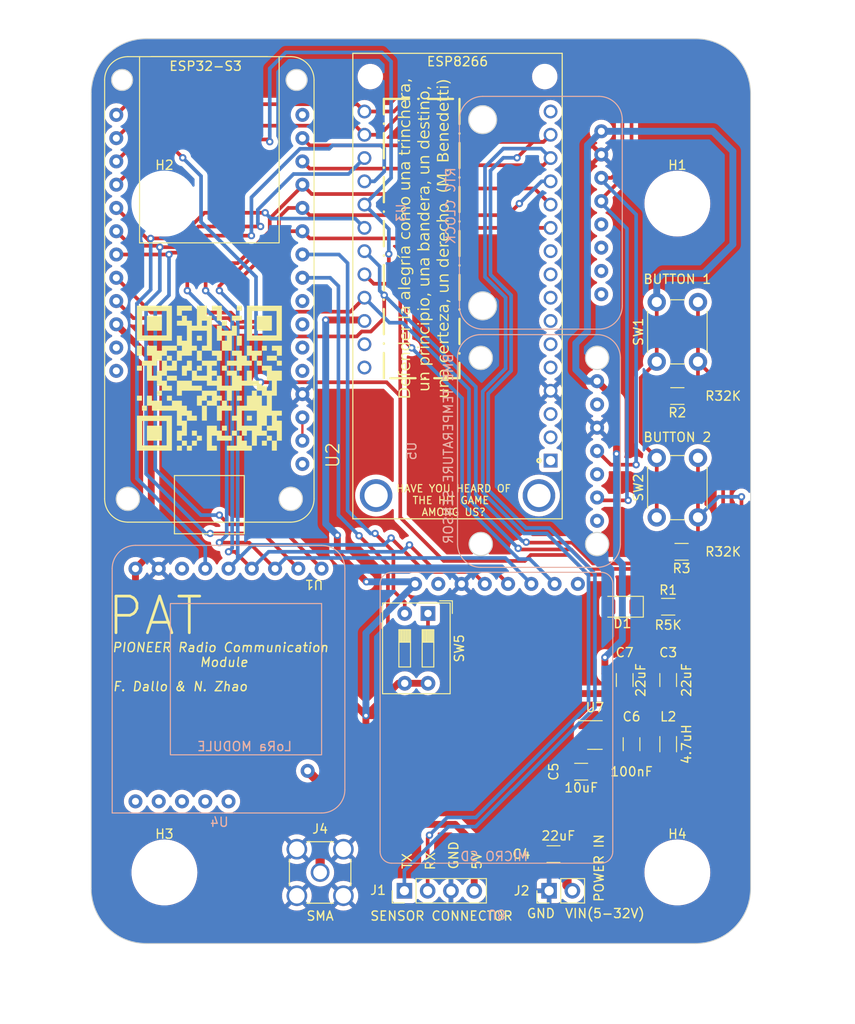
<source format=kicad_pcb>
(kicad_pcb (version 20221018) (generator pcbnew)
  (layers (0 "F.Cu" signal) (31 "B.Cu" signal) (34 "B.Paste" user) (35 "F.Paste" user) (36 "B.SilkS" user "B.Silkscreen") (37 "F.SilkS" user "F.Silkscreen") (38 "B.Mask" user) (39 "F.Mask" user) (44 "Edge.Cuts" user))
  (net 0 "")
  (net 1 "+5V")
  (net 2 "GND")
  (net 3 "unconnected-(U1-Pad3V)")
  (net 4 "VIN")
  (net 5 "Net-(U7-SW)")
  (net 6 "Net-(U7-BST)")
  (net 7 "Net-(D1-K)")
  (net 8 "/LED1")
  (net 9 "/TX")
  (net 10 "/RX")
  (net 11 "/SMA")
  (net 12 "/SW5")
  (net 13 "/SW6")
  (net 19 "/G0")
  (net 20 "/RST")
  (net 23 "/MISO")
  (net 24 "/MOSI")
  (net 26 "/SCK")
  (net 27 "/SCL")
  (net 28 "/SDA")
  (net 47 "/SW2")
  (net 48 "/SW1")
  (net 49 "/CS1")
  (net 50 "/CS0")
  (footprint "Button_Switch_THT:SW_PUSH_6mm" (layer "F.Cu") (at 90.75 74.25 90)
    (fp_text reference "SW2")
    (fp_text value "SW_Push")
  )
  (footprint "Adafruit ESPs:ESP32-S3" (layer "F.Cu") (at 53.335 74.765 180)
    (fp_text reference "U1")
    (fp_text value "ESP32-S3")
    (fp_circle (center 1.905 48.26) (end 3.048 48.26) (stroke (width 0.12)) (fill none) (layer "Edge.Cuts"))
    (fp_circle (center 2.54 2.54) (end 3.81 2.54) (stroke (width 0.12)) (fill none) (layer "Edge.Cuts"))
    (fp_circle (center 20.32 2.54) (end 20.32 1.27) (stroke (width 0.12)) (fill none) (layer "Edge.Cuts"))
    (fp_circle (center 20.955 48.26) (end 22.098 48.26) (stroke (width 0.12)) (fill none) (layer "Edge.Cuts"))
  )
  (footprint "Capacitor_SMD:C_1206_3216Metric" (layer "F.Cu") (at 87.25 92 90)
    (fp_text reference "C7")
    (fp_text value "22uF")
  )
  (footprint "Resistor_SMD:R_1206_3216Metric" (layer "F.Cu") (at 93 61 180)
    (fp_text reference "R2")
    (fp_text value "R32k")
  )
  (footprint "MountingHole:MountingHole_3.2mm_M3" (layer "F.Cu") (at 37 40)
    (fp_text reference "H2")
    (fp_text value "MountingHole_3.2mm_M3")
  )
  (footprint "Button_Switch_THT:SW_PUSH_6mm" (layer "F.Cu") (at 90.75 57.25 90)
    (fp_text reference "SW1")
    (fp_text value "SW_Push")
  )
  (footprint "Adafruit Feather ESP8266:XCVR_Adafruit Feather ESP8266" (layer "F.Cu") (at 69 49 90)
    (fp_text reference "U2")
    (fp_text value "2821")
  )
  (footprint "Button_Switch_THT:SW_DIP_SPSTx02_Slide_9.78x7.26mm_W7.62mm_P2.54mm" (layer "F.Cu") (at 65.775 84.7325 -90)
    (fp_text reference "SW5")
    (fp_text value "SW_DIP_x02")
  )
  (footprint "Capacitor_SMD:C_1206_3216Metric" (layer "F.Cu") (at 82.5 102)
    (fp_text reference "C5")
    (fp_text value "10uF")
  )
  (footprint "Connector_Coaxial:SMA_Amphenol_132134-11_Vertical" (layer "F.Cu") (at 54 113)
    (fp_text reference "J4")
    (fp_text value "Conn_Coaxial")
  )
  (footprint "LOGO" (layer "F.Cu") (at 41.91 59.055)
    (fp_text reference "G***" hide)
    (fp_text value "LOGO" hide)
  )
  (footprint "Package_TO_SOT_SMD:TSOT-23-6" (layer "F.Cu") (at 84 98)
    (fp_text reference "U7")
    (fp_text value "AP63205WU")
  )
  (footprint "Capacitor_SMD:C_1206_3216Metric" (layer "F.Cu") (at 88 99 90)
    (fp_text reference "C6")
    (fp_text value "100nF")
  )
  (footprint "Capacitor_SMD:C_1206_3216Metric" (layer "F.Cu") (at 92 92 90)
    (fp_text reference "C3")
    (fp_text value "22uF")
  )
  (footprint "Connector_PinHeader_2.54mm:PinHeader_1x04_P2.54mm_Vertical" (layer "F.Cu") (at 63.2 115 90)
    (fp_text reference "J1")
    (fp_text value "Sensor Connector")
  )
  (footprint "Connector_PinHeader_2.54mm:PinHeader_1x02_P2.54mm_Vertical" (layer "F.Cu") (at 79 115 90)
    (fp_text reference "J2")
    (fp_text value "Power (IN)")
  )
  (footprint "Resistor_SMD:R_1206_3216Metric" (layer "F.Cu") (at 93.4625 78 180)
    (fp_text reference "R3")
    (fp_text value "R32k")
  )
  (footprint "Capacitor_SMD:C_1206_3216Metric" (layer "F.Cu") (at 79.475 111 180)
    (fp_text reference "C4")
    (fp_text value "22uF")
  )
  (footprint "Resistor_SMD:R_1206_3216Metric" (layer "F.Cu") (at 92 84)
    (fp_text reference "R1")
    (fp_text value "R5k")
  )
  (footprint "MountingHole:MountingHole_3.2mm_M3" (layer "F.Cu") (at 93 113)
    (fp_text reference "H4")
    (fp_text value "MountingHole_3.2mm_M3")
  )
  (footprint "MountingHole:MountingHole_3.2mm_M3" (layer "F.Cu") (at 93 40)
    (fp_text reference "H1")
    (fp_text value "MountingHole_3.2mm_M3")
  )
  (footprint "MountingHole:MountingHole_3.2mm_M3" (layer "F.Cu") (at 37 113)
    (fp_text reference "H3")
    (fp_text value "MountingHole_3.2mm_M3")
  )
  (footprint "Inductor_SMD:L_1206_3216Metric" (layer "F.Cu") (at 92 99 90)
    (fp_text reference "L2")
    (fp_text value "INDUCTOR 4.7uH")
  )
  (footprint "LED_SMD:LED_1206_3216Metric" (layer "F.Cu") (at 87 84 180)
    (fp_text reference "D1")
    (fp_text value "LED")
  )
  (footprint "Adafruit_Sensors:BME280 I2C Temperature Sensor" (layer "B.Cu") (at 69 67 -90)
    (fp_text reference "U5")
    (fp_text value "BME280_Temperature_Sensor")
    (fp_circle (center -10.16 -15.24) (end -10.16 -13.97) (stroke (width 0.12)) (fill none) (layer "Edge.Cuts"))
    (fp_circle (center -10.16 -2.54) (end -8.89 -2.54) (stroke (width 0.12)) (fill none) (layer "Edge.Cuts"))
    (fp_circle (center 10.16 -15.24) (end 10.16 -13.97) (stroke (width 0.12)) (fill none) (layer "Edge.Cuts"))
    (fp_circle (center 10.16 -2.54) (end 11.43 -2.54) (stroke (width 0.12)) (fill none) (layer "Edge.Cuts"))
  )
  (footprint "Adafruit_Sensors:MicroSD_Breakout" (layer "B.Cu") (at 73.25 117.07)
    (fp_text reference "U8")
    (fp_text value "MicroSD_Breakout")
  )
  (footprint "Adafruit_Sensors:FM95W LoRa Radio Transceiver" (layer "B.Cu") (at 44 106.51)
    (fp_text reference "U4")
    (fp_text value "RFM95W_LoRa_Radio_Transceiver")
  )
  (footprint "Adafruit_Sensors:DS3231 Precision RTC" (layer "B.Cu") (at 69.205 41 -90)
    (fp_text reference "U3")
    (fp_text value "DS3231_Precision_RTC")
    (fp_circle (center -10.16 -2.54) (end -8.636 -2.54) (stroke (width 0.12)) (fill none) (layer "Edge.Cuts"))
    (fp_circle (center 10.16 -2.54) (end 11.684 -2.54) (stroke (width 0.12)) (fill none) (layer "Edge.Cuts"))
  )
  (gr_rect (start 60.96 28.575) (end 69.215 59.055) (stroke (width 0.25) (type dash_dot)) (fill none) (layer "F.SilkS"))
  (gr_arc (start 95 22) (mid 99.242641 23.757359) (end 101 28) (stroke (width 0.1)) (layer "Edge.Cuts"))
  (gr_line (start 35 120.757359) (end 95 120.757359) (stroke (width 0.1)) (layer "Edge.Cuts"))
  (gr_line (start 101 114.757359) (end 101 28) (stroke (width 0.1)) (layer "Edge.Cuts"))
  (gr_arc (start 101 114.757359) (mid 99.242641 119) (end 95 120.757359) (stroke (width 0.1)) (layer "Edge.Cuts"))
  (gr_line (start 35 22) (end 95 22) (stroke (width 0.1)) (layer "Edge.Cuts"))
  (gr_arc (start 29 28) (mid 30.757359 23.757359) (end 35 22) (stroke (width 0.1)) (layer "Edge.Cuts"))
  (gr_line (start 29 28) (end 29 114.757359) (stroke (width 0.1)) (layer "Edge.Cuts"))
  (gr_arc (start 35 120.757359) (mid 30.757359 119) (end 29 114.757359) (stroke (width 0.1)) (layer "Edge.Cuts"))
  (gr_text "LoRa MODULE" (at 45.75 99.25) (layer "B.SilkS") (effects (font (size 1 1)) (justify mirror)))
  (gr_text "BME TEMPERATURE SENSOR" (at 68 66.75 90) (layer "B.SilkS") (effects (font (size 1 1)) (justify mirror)))
  (gr_text "RTC CLOCK" (at 68.25 40.25 90) (layer "B.SilkS") (effects (font (size 1 1)) (justify mirror)))
  (gr_text "MICRO SD" (at 73 111.25) (layer "B.SilkS") (effects (font (size 1 1)) (justify mirror)))
  (gr_text "POWER IN" (at 84.45 112.51 90) (layer "F.SilkS") (effects (font (size 1 1))))
  (gr_text "SENSOR CONNECTOR" (at 67.25 117.75) (layer "F.SilkS") (effects (font (size 1 1))))
  (gr_text "ESP32-S3" (at 41.5 25) (layer "F.SilkS") (effects (font (size 1 1))))
  (gr_text "PAT" (at 36 85) (layer "F.SilkS") (effects (font (size 4 4) (thickness 0.3))))
  (gr_text "5V" (at 71.12 111.76 90) (layer "F.SilkS") (effects (font (size 1 1))))
  (gr_text "BUTTON 2" (at 93 65.5) (layer "F.SilkS") (effects (font (size 1 1))))
  (gr_text "10uF" (at 82.5 103.75) (layer "F.SilkS") (effects (font (size 1 1))))
  (gr_text "GND" (at 78.105 117.475) (layer "F.SilkS") (effects (font (size 1 1))))
  (gr_text "22uF" (at 80 109) (layer "F.SilkS") (effects (font (size 1 1))))
  (gr_text "BUTTON 1" (at 93 48.25) (layer "F.SilkS") (effects (font (size 1 1))))
  (gr_text "SMA" (at 54 117.75) (layer "F.SilkS") (effects (font (size 1 1))))
  (gr_text "ESP8266" (at 69 24.5) (layer "F.SilkS") (effects (font (size 1 1))))
  (gr_text "22uF" (at 89 92 90) (layer "F.SilkS") (effects (font (size 1 1))))
  (gr_text "F. Dallo & N. Zhao" (at 38.735 92.71) (layer "F.SilkS") (effects (font (size 1 1) (thickness 0.15) italic)))
  (gr_text "22uF" (at 94 92 90) (layer "F.SilkS") (effects (font (size 1 1))))
  (gr_text "GND" (at 68.58 111.125 90) (layer "F.SilkS") (effects (font (size 1 1))))
  (gr_text "4.7uH\n" (at 94 99 90) (layer "F.SilkS") (effects (font (size 1 1))))
  (gr_text "HAVE YOU HEARD OF\nTHE HIT GAME \nAMONG US?" (at 68.58 72.39) (layer "F.SilkS") (effects (font (size 0.8 0.8) (thickness 0.125))))
  (gr_text "PIONEER Radio Communication \nModule" (at 43.5 89.25) (layer "F.SilkS") (effects (font (size 1 1) (thickness 0.15) italic)))
  (gr_text "TX" (at 63.5 111.76 90) (layer "F.SilkS") (effects (font (size 1 1))))
  (gr_text "100nF" (at 88 102) (layer "F.SilkS") (effects (font (size 1 1))))
  (gr_text "R5K\n" (at 92 86) (layer "F.SilkS") (effects (font (size 1 1))))
  (gr_text "Defender la alegría como una trinchera,\nun principio, una bandera, un destino,\nuna certeza, un derecho. (M. Benedetti)" (at 65.405 43.815 90) (layer "F.SilkS") (effects (font (size 1.25 1.25) (thickness 0.2))))
  (gr_text "R32K\n" (at 98 78) (layer "F.SilkS") (effects (font (size 1 1))))
  (gr_text "VIN(5-32V)" (at 85.09 117.475) (layer "F.SilkS") (effects (font (size 1 1))))
  (gr_text "RX" (at 66.04 111.76 90) (layer "F.SilkS") (effects (font (size 1 1))))
  (gr_text "R32K\n" (at 98 61) (layer "F.SilkS") (effects (font (size 1 1))))
  (segment (start 63.235 92.3525) (end 65.775 92.3525) (width 0.75) (layer "F.Cu") (net 1))
  (segment (start 90.75 57.25) (end 89 59) (width 0.4) (layer "F.Cu") (net 1))
  (segment (start 85.09 91.315) (end 87.25 93.475) (width 0.75) (layer "F.Cu") (net 1))
  (segment (start 59 103.75) (end 63 107.75) (width 0.75) (layer "F.Cu") (net 1))
  (segment (start 77.975 93.475) (end 87.25 93.475) (width 0.75) (layer "F.Cu") (net 1))
  (segment (start 90.325 95.75) (end 84.08702 95.75) (width 0.75) (layer "F.Cu") (net 1))
  (segment (start 84.08702 95.75) (end 82.8625 96.97452) (width 0.75) (layer "F.Cu") (net 1))
  (segment (start 92 97.425) (end 90.325 95.75) (width 0.75) (layer "F.Cu") (net 1))
  (segment (start 35.56 78.12) (end 35.56 56.99) (width 0.75) (layer "F.Cu") (net 1))
  (segment (start 41.3075 93.5) (end 33.84 86.0325) (width 0.75) (layer "F.Cu") (net 1))
  (segment (start 90.75 50.75) (end 90.75 57.25) (width 0.4) (layer "F.Cu") (net 1))
  (segment (start 59 95.885) (end 59 103.75) (width 0.75) (layer "F.Cu") (net 1))
  (segment (start 55.88 78.105) (end 59.055 81.28) (width 0.75) (layer "F.Cu") (net 1))
  (segment (start 84.24 59.38) (end 86.36 61.5) (width 0.75) (layer "F.Cu") (net 1))
  (segment (start 33.84 79.84) (end 35.56 78.12) (width 0.75) (layer "F.Cu") (net 1))
  (segment (start 75.565 95.885) (end 77.975 93.475) (width 0.75) (layer "F.Cu") (net 1))
  (segment (start 90.75 67.75) (end 90.75 74.25) (width 0.4) (layer "F.Cu") (net 1))
  (segment (start 54.61 52.705) (end 58.735 52.705) (width 0.75) (layer "F.Cu") (net 1))
  (segment (start 89 66) (end 90.75 67.75) (width 0.4) (layer "F.Cu") (net 1))
  (segment (start 62.5325 92.3525) (end 63.235 92.3525) (width 0.75) (layer "F.Cu") (net 1))
  (segment (start 56.615 93.5) (end 41.3075 93.5) (width 0.75) (layer "F.Cu") (net 1))
  (segment (start 92 93.475) (end 87.25 93.475) (width 0.75) (layer "F.Cu") (net 1))
  (segment (start 59 95.885) (end 56.615 93.5) (width 0.75) (layer "F.Cu") (net 1))
  (segment (start 89 59) (end 89 66) (width 0.4) (layer "F.Cu") (net 1))
  (segment (start 35.56 56.99) (end 31.745 53.175) (width 0.75) (layer "F.Cu") (net 1))
  (segment (start 63 107.75) (end 68.75 107.75) (width 0.75) (layer "F.Cu") (net 1))
  (segment (start 58.735 52.705) (end 58.84 52.81) (width 0.75) (layer "F.Cu") (net 1))
  (segment (start 59 95.885) (end 75.565 95.885) (width 0.75) (layer "F.Cu") (net 1))
  (segment (start 70.82 109.82) (end 70.82 115) (width 0.75) (layer "F.Cu") (net 1))
  (segment (start 68.75 107.75) (end 70.82 109.82) (width 0.75) (layer "F.Cu") (net 1))
  (segment (start 92 97.425) (end 92 93.475) (width 0.75) (layer "F.Cu") (net 1))
  (segment (start 85.09 89.535) (end 85.09 91.315) (width 0.75) (layer "F.Cu") (net 1))
  (segment (start 55.88 76.2) (end 55.88 78.105) (width 0.75) (layer "F.Cu") (net 1))
  (segment (start 33.84 86.0325) (end 33.84 79.84) (width 0.75) (layer "F.Cu") (net 1))
  (segment (start 59 95.885) (end 62.5325 92.3525) (width 0.75) (layer "F.Cu") (net 1))
  (segment (start 86.36 61.5) (end 86.36 67.31) (width 0.75) (layer "F.Cu") (net 1))
  (via (at 54.61 52.705) (size 0.8) (drill 0.4) (layers "F.Cu" "B.Cu") (net 1))
  (via (at 55.88 76.2) (size 0.8) (drill 0.4) (layers "F.Cu" "B.Cu") (net 1))
  (via (at 85.09 89.535) (size 0.8) (drill 0.4) (layers "F.Cu" "B.Cu") (net 1))
  (via (at 59.055 81.28) (size 0.8) (drill 0.4) (layers "F.Cu" "B.Cu") (net 1))
  (via (at 59 95.885) (size 0.8) (drill 0.4) (layers "F.Cu" "B.Cu") (net 1))
  (via (at 86.36 67.31) (size 0.8) (drill 0.4) (layers "F.Cu" "B.Cu") (net 1))
  (segment (start 95.885 47.625) (end 91.44 47.625) (width 0.75) (layer "B.Cu") (net 1))
  (segment (start 81.915 55.245) (end 81.915 58.11) (width 0.75) (layer "B.Cu") (net 1))
  (segment (start 90.75 48.315) (end 90.75 50.75) (width 0.75) (layer "B.Cu") (net 1))
  (segment (start 96.88 32.11) (end 99.06 34.29) (width 0.75) (layer "B.Cu") (net 1))
  (segment (start 83.185 33.624) (end 83.185 53.975) (width 0.75) (layer "B.Cu") (net 1))
  (segment (start 84.699 32.11) (end 83.185 33.624) (width 0.75) (layer "B.Cu") (net 1))
  (segment (start 64.13 81.28) (end 64.36 81.51) (width 0.75) (layer "B.Cu") (net 1))
  (segment (start 86.36 78.74) (end 86.995 79.375) (width 0.75) (layer "B.Cu") (net 1))
  (segment (start 81.915 58.11) (end 83.185 59.38) (width 0.75) (layer "B.Cu") (net 1))
  (segment (start 54.61 52.705) (end 54.61 74.93) (width 0.75) (layer "B.Cu") (net 1))
  (segment (start 83.185 59.38) (end 84.24 59.38) (width 0.75) (layer "B.Cu") (net 1))
  (segment (start 59 86.87) (end 64.36 81.51) (width 0.75) (layer "B.Cu") (net 1))
  (segment (start 59 95.885) (end 59 86.87) (width 0.75) (layer "B.Cu") (net 1))
  (segment (start 54.61 74.93) (end 55.88 76.2) (width 0.75) (layer "B.Cu") (net 1))
  (segment (start 84.699 32.11) (end 96.88 32.11) (width 0.75) (layer "B.Cu") (net 1))
  (segment (start 83.185 53.975) (end 81.915 55.245) (width 0.75) (layer "B.Cu") (net 1))
  (segment (start 86.995 79.375) (end 86.995 87.63) (width 0.75) (layer "B.Cu") (net 1))
  (segment (start 59.055 81.28) (end 64.13 81.28) (width 0.75) (layer "B.Cu") (net 1))
  (segment (start 86.995 87.63) (end 85.09 89.535) (width 0.75) (layer "B.Cu") (net 1))
  (segment (start 99.06 44.45) (end 95.885 47.625) (width 0.75) (layer "B.Cu") (net 1))
  (segment (start 91.44 47.625) (end 90.75 48.315) (width 0.75) (layer "B.Cu") (net 1))
  (segment (start 99.06 34.29) (end 99.06 44.45) (width 0.75) (layer "B.Cu") (net 1))
  (segment (start 86.36 67.31) (end 86.36 78.74) (width 0.75) (layer "B.Cu") (net 1))
  (segment (start 52.065 63.335) (end 52.065 65.875) (width 0.25) (layer "F.Cu") (net 3))
  (segment (start 81.025 100.7875) (end 82.8625 98.95) (width 1) (layer "F.Cu") (net 4))
  (segment (start 80.95 111) (end 80.95 114.41) (width 1) (layer "F.Cu") (net 4))
  (segment (start 82.8625 98.95) (end 82.8625 98.04952) (width 1) (layer "F.Cu") (net 4))
  (segment (start 81.025 102) (end 81.025 100.7875) (width 1) (layer "F.Cu") (net 4))
  (segment (start 80.95 103.1) (end 80.95 111) (width 1) (layer "F.Cu") (net 4))
  (segment (start 80.95 114.41) (end 81.54 115) (width 1) (layer "F.Cu") (net 4))
  (segment (start 81.025 103.025) (end 80.95 103.1) (width 1) (layer "F.Cu") (net 4))
  (segment (start 81.025 103.025) (end 81.025 102) (width 1) (layer "F.Cu") (net 4))
  (segment (start 85.697849 98) (end 88 100.302151) (width 0.5) (layer "F.Cu") (net 5))
  (segment (start 88 100.302151) (end 88 100.475) (width 0.5) (layer "F.Cu") (net 5))
  (segment (start 91.9 100.475) (end 92 100.575) (width 0.5) (layer "F.Cu") (net 5))
  (segment (start 85.1375 98) (end 85.697849 98) (width 0.5) (layer "F.Cu") (net 5))
  (segment (start 88 100.475) (end 91.9 100.475) (width 0.5) (layer "F.Cu") (net 5))
  (segment (start 88 97.525) (end 87.525 97.05) (width 0.5) (layer "F.Cu") (net 6))
  (segment (start 87.525 97.05) (end 85.1375 97.05) (width 0.5) (layer "F.Cu") (net 6))
  (segment (start 90.5375 84) (end 88.4 84) (width 0.5) (layer "F.Cu") (net 7))
  (segment (start 58.84 47.73) (end 59.86 48.75) (width 0.4) (layer "F.Cu") (net 8))
  (segment (start 81.1 78.35) (end 83.25 80.5) (width 0.4) (layer "F.Cu") (net 8))
  (segment (start 61.75 48.75) (end 62.75 49.75) (width 0.4) (layer "F.Cu") (net 8))
  (segment (start 67.5 79) (end 76.35 79) (width 0.4) (layer "F.Cu") (net 8))
  (segment (start 34 35.68) (end 34 34.5) (width 0.4) (layer "F.Cu") (net 8))
  (segment (start 77 78.35) (end 81.1 78.35) (width 0.4) (layer "F.Cu") (net 8))
  (segment (start 59.86 48.75) (end 61.75 48.75) (width 0.4) (layer "F.Cu") (net 8))
  (segment (start 83.25 80.5) (end 85 80.5) (width 0.4) (layer "F.Cu") (net 8))
  (segment (start 62.75 74.25) (end 67.5 79) (width 0.4) (layer "F.Cu") (net 8))
  (segment (start 62.75 61) (end 62.75 74.25) (width 0.4) (layer "F.Cu") (net 8))
  (segment (start 62.75 49.75) (end 62.75 61) (width 0.4) (layer "F.Cu") (net 8))
  (segment (start 85 80.5) (end 85.6 81.1) (width 0.4) (layer "F.Cu") (net 8))
  (segment (start 61.25 59.5) (end 62.75 61) (width 0.4) (layer "F.Cu") (net 8))
  (segment (start 76.35 79) (end 77 78.35) (width 0.4) (layer "F.Cu") (net 8))
  (segment (start 47.5 59.5) (end 61.25 59.5) (width 0.4) (layer "F.Cu") (net 8))
  (segment (start 34.90048 33.59952) (end 37.59952 33.59952) (width 0.4) (layer "F.Cu") (net 8))
  (segment (start 31.745 37.935) (end 34 35.68) (width 0.4) (layer "F.Cu") (net 8))
  (segment (start 34 34.5) (end 34.90048 33.59952) (width 0.4) (layer "F.Cu") (net 8))
  (segment (start 37.59952 33.59952) (end 39 35) (width 0.4) (layer "F.Cu") (net 8))
  (segment (start 85.6 81.1) (end 85.6 84) (width 0.4) (layer "F.Cu") (net 8))
  (via (at 47.5 59.5) (size 0.8) (drill 0.4) (layers "F.Cu" "B.Cu") (net 8))
  (via (at 39 35) (size 0.8) (drill 0.4) (layers "F.Cu" "B.Cu") (net 8))
  (segment (start 47 48) (end 41 42) (width 0.4) (layer "B.Cu") (net 8))
  (segment (start 41 42) (end 41 37) (width 0.4) (layer "B.Cu") (net 8))
  (segment (start 47.5 59.5) (end 47 59) (width 0.4) (layer "B.Cu") (net 8))
  (segment (start 41 37) (end 39 35) (width 0.4) (layer "B.Cu") (net 8))
  (segment (start 47 59) (end 47 48) (width 0.4) (layer "B.Cu") (net 8))
  (segment (start 52.065 32.855) (end 52.853511 33.643511) (width 0.4) (layer "F.Cu") (net 9))
  (segment (start 75.5 35) (end 77.228 33.272) (width 0.4) (layer "F.Cu") (net 9))
  (segment (start 78.378 33.272) (end 79.16 32.49) (width 0.4) (layer "F.Cu") (net 9))
  (segment (start 66.974683 33.272) (end 78.378 33.272) (width 0.4) (layer "F.Cu") (net 9))
  (segment (start 66.603172 33.643511) (end 66.974683 33.272) (width 0.4) (layer "F.Cu") (net 9))
  (segment (start 77.228 33.272) (end 78.378 33.272) (width 0.4) (layer "F.Cu") (net 9))
  (segment (start 52.853511 33.643511) (end 66.603172 33.643511) (width 0.4) (layer "F.Cu") (net 9))
  (via (at 75.5 35) (size 0.8) (drill 0.4) (layers "F.Cu" "B.Cu") (net 9))
  (segment (start 72.35 60.748528) (end 74.85 58.248528) (width 0.4) (layer "B.Cu") (net 9))
  (segment (start 84 95) (end 84 80.401472) (width 0.4) (layer "B.Cu") (net 9))
  (segment (start 63.2 115) (end 63.2 112.8) (width 0.4) (layer "B.Cu") (net 9))
  (segment (start 74.85 58.248528) (end 74.85 50.001472) (width 0.4) (layer "B.Cu") (net 9))
  (segment (start 78.998528 75.4) (end 76.5 75.4) (width 0.4) (layer "B.Cu") (net 9))
  (segment (start 74.85 50.001472) (end 72.6 47.751472) (width 0.4) (layer "B.Cu") (net 9))
  (segment (start 74 35) (end 75.5 35) (width 0.4) (layer "B.Cu") (net 9))
  (segment (start 84 80.401472) (end 78.998528 75.4) (width 0.4) (layer "B.Cu") (net 9))
  (segment (start 74.972924 104) (end 75 104) (width 0.4) (layer "B.Cu") (net 9))
  (segment (start 72.6 47.751472) (end 72.6 36.4) (width 0.4) (layer "B.Cu") (net 9))
  (segment (start 68 108) (end 70.972924 108) (width 0.4) (layer "B.Cu") (net 9))
  (segment (start 72.35 71.25) (end 72.35 60.748528) (width 0.4) (layer "B.Cu") (net 9))
  (segment (start 63.2 112.8) (end 68 108) (width 0.4) (layer "B.Cu") (net 9))
  (segment (start 76.5 75.4) (end 72.35 71.25) (width 0.4) (layer "B.Cu") (net 9))
  (segment (start 72.6 36.4) (end 74 35) (width 0.4) (layer "B.Cu") (net 9))
  (segment (start 75 104) (end 84 95) (width 0.4) (layer "B.Cu") (net 9))
  (segment (start 70.972924 108) (end 74.972924 104) (width 0.4) (layer "B.Cu") (net 9))
  (segment (start 66.974683 35.812) (end 78.378 35.812) (width 0.4) (layer "F.Cu") (net 10))
  (segment (start 78.378 35.812) (end 79.16 35.03) (width 0.4) (layer "F.Cu") (net 10))
  (segment (start 52.853511 36.183511) (end 66.603172 36.183511) (width 0.4) (layer "F.Cu") (net 10))
  (segment (start 65.934668 108.934668) (end 65.934668 109.065332) (width 0.4) (layer "F.Cu") (net 10))
  (segment (start 65.934668 109.065332) (end 65.74 109.26) (width 0.4) (layer "F.Cu") (net 10))
  (segment (start 66.603172 36.183511) (end 66.974683 35.812) (width 0.4) (layer "F.Cu") (net 10))
  (segment (start 52.065 35.395) (end 52.853511 36.183511) (width 0.4) (layer "F.Cu") (net 10))
  (segment (start 65.74 109.26) (end 65.74 115) (width 0.4) (layer "F.Cu") (net 10))
  (via (at 65.934668 108.934668) (size 0.8) (drill 0.4) (layers "F.Cu" "B.Cu") (net 10))
  (segment (start 74.25 50.25) (end 72 48) (width 0.4) (layer "B.Cu") (net 10))
  (segment (start 83.302 94.698) (end 83.302 80.552) (width 0.4) (layer "B.Cu") (net 10))
  (segment (start 65.934668 108.934668) (end 67.869336 107) (width 0.4) (layer "B.Cu") (net 10))
  (segment (start 71.75 71.5) (end 71.75 60.5) (width 0.4) (layer "B.Cu") (net 10))
  (segment (start 72 48) (end 72 36) (width 0.4) (layer "B.Cu") (net 10))
  (segment (start 83.302 80.552) (end 78.75 76) (width 0.4) (layer "B.Cu") (net 10))
  (segment (start 74.25 58) (end 74.25 50.25) (width 0.4) (layer "B.Cu") (net 10))
  (segment (start 72 36) (end 74 34) (width 0.4) (layer "B.Cu") (net 10))
  (segment (start 78.13 34) (end 79.16 35.03) (width 0.4) (layer "B.Cu") (net 10))
  (segment (start 76.25 76) (end 71.75 71.5) (width 0.4) (layer "B.Cu") (net 10))
  (segment (start 71 107) (end 83.302 94.698) (width 0.4) (layer "B.Cu") (net 10))
  (segment (start 71.75 60.5) (end 74.25 58) (width 0.4) (layer "B.Cu") (net 10))
  (segment (start 67.869336 107) (end 71 107) (width 0.4) (layer "B.Cu") (net 10))
  (segment (start 74 34) (end 78.13 34) (width 0.4) (layer "B.Cu") (net 10))
  (segment (start 78.75 76) (end 76.25 76) (width 0.4) (layer "B.Cu") (net 10))
  (segment (start 52.636 101.91) (end 54 103.274) (width 1) (layer "F.Cu") (net 11))
  (segment (start 54 103.274) (end 54 113) (width 1) (layer "F.Cu") (net 11))
  (segment (start 61.4 86.4) (end 62.5 87.5) (width 0.4) (layer "F.Cu") (net 12))
  (segment (start 62.5 87.5) (end 65 87.5) (width 0.4) (layer "F.Cu") (net 12))
  (segment (start 58.25 76.25) (end 61.4 79.4) (width 0.4) (layer "F.Cu") (net 12))
  (segment (start 61.4 79.4) (end 61.4 86.4) (width 0.4) (layer "F.Cu") (net 12))
  (segment (start 65 87.5) (end 65.775 86.725) (width 0.4) (layer "F.Cu") (net 12))
  (segment (start 65.775 86.725) (end 65.775 84.7325) (width 0.4) (layer "F.Cu") (net 12))
  (via (at 58.25 76.25) (size 0.8) (drill 0.4) (layers "F.Cu" "B.Cu") (net 12))
  (segment (start 56 74) (end 58.25 76.25) (width 0.4) (layer "B.Cu") (net 12))
  (segment (start 52.065 48.095) (end 55.095 48.095) (width 0.4) (layer "B.Cu") (net 12))
  (segment (start 56 49) (end 56 74) (width 0.4) (layer "B.Cu") (net 12))
  (segment (start 55.095 48.095) (end 56 49) (width 0.4) (layer "B.Cu") (net 12))
  (segment (start 60 76) (end 62 78) (width 0.4) (layer "F.Cu") (net 13))
  (segment (start 62 82.25) (end 63.235 83.485) (width 0.4) (layer "F.Cu") (net 13))
  (segment (start 62 78) (end 62 82.25) (width 0.4) (layer "F.Cu") (net 13))
  (segment (start 63.235 83.485) (end 63.235 84.7325) (width 0.4) (layer "F.Cu") (net 13))
  (via (at 60 76) (size 0.8) (drill 0.4) (layers "F.Cu" "B.Cu") (net 13))
  (segment (start 57 73.5) (end 59.5 76) (width 0.4) (layer "B.Cu") (net 13))
  (segment (start 52.065 45.555) (end 56.055 45.555) (width 0.4) (layer "B.Cu") (net 13))
  (segment (start 59.5 76) (end 60 76) (width 0.4) (layer "B.Cu") (net 13))
  (segment (start 56.055 45.555) (end 57 46.5) (width 0.4) (layer "B.Cu") (net 13))
  (segment (start 57 46.5) (end 57 73.5) (width 0.4) (layer "B.Cu") (net 13))
  (segment (start 41.373335 41) (end 48 41) (width 0.4) (layer "F.Cu") (net 19))
  (segment (start 35.30002 44) (end 35.27 44) (width 0.4) (layer "F.Cu") (net 19))
  (segment (start 35.5 43.80002) (end 35.30002 44) (width 0.4) (layer "F.Cu") (net 19))
  (segment (start 35.27 44) (end 31.745 40.475) (width 0.4) (layer "F.Cu") (net 19))
  (segment (start 35.5 43.80002) (end 38.573315 43.80002) (width 0.4) (layer "F.Cu") (net 19))
  (segment (start 38.573315 43.80002) (end 41.373335 41) (width 0.4) (layer "F.Cu") (net 19))
  (via (at 48 41) (size 0.8) (drill 0.4) (layers "F.Cu" "B.Cu") (net 19))
  (via (at 35.5 43.80002) (size 0.8) (drill 0.4) (layers "F.Cu" "B.Cu") (net 19))
  (segment (start 34 70) (end 41.46 77.46) (width 0.4) (layer "B.Cu") (net 19))
  (segment (start 48.636511 41.636511) (end 57.826511 41.636511) (width 0.4) (layer "B.Cu") (net 19))
  (segment (start 35.5 43.80002) (end 35.5 49.400978) (width 0.4) (layer "B.Cu") (net 19))
  (segment (start 34 50.900978) (end 34 70) (width 0.4) (layer "B.Cu") (net 19))
  (segment (start 35.5 49.400978) (end 34 50.900978) (width 0.4) (layer "B.Cu") (net 19))
  (segment (start 57.826511 41.636511) (end 58.84 42.65) (width 0.4) (layer "B.Cu") (net 19))
  (segment (start 41.46 77.46) (end 41.46 79.84) (width 0.4) (layer "B.Cu") (net 19))
  (segment (start 48 41) (end 48.636511 41.636511) (width 0.4) (layer "B.Cu") (net 19))
  (segment (start 37.69998 45.35502) (end 39.14498 45.35502) (width 0.4) (layer "F.Cu") (net 20))
  (segment (start 37.5 45.555) (end 37.69998 45.35502) (width 0.4) (layer "F.Cu") (net 20))
  (segment (start 39.14498 45.35502) (end 41 43.5) (width 0.4) (layer "F.Cu") (net 20))
  (segment (start 43 74) (end 44 75) (width 0.4) (layer "F.Cu") (net 20))
  (segment (start 37.5 45.555) (end 31.745 45.555) (width 0.4) (layer "F.Cu") (net 20))
  (segment (start 49.32 75) (end 54.16 79.84) (width 0.4) (layer "F.Cu") (net 20))
  (segment (start 44 75) (end 49.32 75) (width 0.4) (layer "F.Cu") (net 20))
  (segment (start 41 43.5) (end 46.5 43.5) (width 0.4) (layer "F.Cu") (net 20))
  (via (at 46.5 43.5) (size 0.8) (drill 0.4) (layers "F.Cu" "B.Cu") (net 20))
  (via (at 37.5 45.555) (size 0.8) (drill 0.4) (layers "F.Cu" "B.Cu") (net 20))
  (via (at 43 74) (size 0.8) (drill 0.4) (layers "F.Cu" "B.Cu") (net 20))
  (segment (start 61 36.5) (end 59.93 37.57) (width 0.4) (layer "B.Cu") (net 20))
  (segment (start 59.93 37.57) (end 58.84 37.57) (width 0.4) (layer "B.Cu") (net 20))
  (segment (start 54.983489 34.016511) (end 55.356489 33.643511) (width 0.4) (layer "B.Cu") (net 20))
  (segment (start 36 51.5) (end 37.5 50) (width 0.4) (layer "B.Cu") (net 20))
  (segment (start 41 74) (end 36 69) (width 0.4) (layer "B.Cu") (net 20))
  (segment (start 46.5 39.317374) (end 51.800863 34.016511) (width 0.4) (layer "B.Cu") (net 20))
  (segment (start 51.800863 34.016511) (end 54.983489 34.016511) (width 0.4) (layer "B.Cu") (net 20))
  (segment (start 61 34) (end 61 36.5) (width 0.4) (layer "B.Cu") (net 20))
  (segment (start 36 69) (end 36 51.5) (width 0.4) (layer "B.Cu") (net 20))
  (segment (start 55.356489 33.643511) (end 60.643511 33.643511) (width 0.4) (layer "B.Cu") (net 20))
  (segment (start 46.5 43.5) (end 46.5 39.317374) (width 0.4) (layer "B.Cu") (net 20))
  (segment (start 37.5 50) (end 37.5 45.555) (width 0.4) (layer "B.Cu") (net 20))
  (segment (start 43 74) (end 41 74) (width 0.4) (layer "B.Cu") (net 20))
  (segment (start 60.643511 33.643511) (end 61 34) (width 0.4) (layer "B.Cu") (net 20))
  (segment (start 49.5 41.5) (end 49.5 42.84785) (width 0.4) (layer "F.Cu") (net 23))
  (segment (start 42 47.5) (end 41.5 48) (width 0.4) (layer "F.Cu") (net 23))
  (segment (start 44 78) (end 44.7 78) (width 0.4) (layer "F.Cu") (net 23))
  (segment (start 44.7 78) (end 46.54 79.84) (width 0.4) (layer "F.Cu") (net 23))
  (segment (start 74.486489 41.263511) (end 52.853511 41.263511) (width 0.4) (layer "F.Cu") (net 23))
  (segment (start 63.75 77.25) (end 66.1 79.6) (width 0.4) (layer "F.Cu") (net 23))
  (segment (start 44.84785 47.5) (end 42 47.5) (width 0.4) (layer "F.Cu") (net 23))
  (segment (start 49.5 42.84785) (end 44.84785 47.5) (width 0.4) (layer "F.Cu") (net 23))
  (segment (start 41.5 48) (end 41.5 49.5) (width 0.4) (layer "F.Cu") (net 23))
  (segment (start 50.525 40.475) (end 49.5 41.5) (width 0.4) (layer "F.Cu") (net 23))
  (segment (start 72.61 79.6) (end 74.52 81.51) (width 0.4) (layer "F.Cu") (net 23))
  (segment (start 52.065 40.475) (end 50.525 40.475) (width 0.4) (layer "F.Cu") (net 23))
  (segment (start 52.853511 41.263511) (end 52.065 40.475) (width 0.4) (layer "F.Cu") (net 23))
  (segment (start 75.75 40) (end 74.486489 41.263511) (width 0.4) (layer "F.Cu") (net 23))
  (segment (start 66.1 79.6) (end 72.61 79.6) (width 0.4) (layer "F.Cu") (net 23))
  (via (at 41.5 49.5) (size 0.8) (drill 0.4) (layers "F.Cu" "B.Cu") (net 23))
  (via (at 44 78) (size 0.8) (drill 0.4) (layers "F.Cu" "B.Cu") (net 23))
  (via (at 63.75 77.25) (size 0.8) (drill 0.4) (layers "F.Cu" "B.Cu") (net 23))
  (via (at 75.75 40) (size 0.8) (drill 0.4) (layers "F.Cu" "B.Cu") (net 23))
  (segment (start 78.18 37.57) (end 79.16 37.57) (width 0.4) (layer "B.Cu") (net 23))
  (segment (start 44.40048 77.59952) (end 44.40048 52.40048) (width 0.4) (layer "B.Cu") (net 23))
  (segment (start 62.75 78) (end 63 78) (width 0.4) (layer "B.Cu") (net 23))
  (segment (start 46.54 79.84) (end 48.38 78) (width 0.4) (layer "B.Cu") (net 23))
  (segment (start 75.75 40) (end 78.18 37.57) (width 0.4) (layer "B.Cu") (net 23))
  (segment (start 44 78) (end 44.40048 77.59952) (width 0.4) (layer "B.Cu") (net 23))
  (segment (start 63 78) (end 63.75 77.25) (width 0.4) (layer "B.Cu") (net 23))
  (segment (start 44.40048 52.40048) (end 41.5 49.5) (width 0.4) (layer "B.Cu") (net 23))
  (segment (start 48.38 78) (end 62.75 78) (width 0.4) (layer "B.Cu") (net 23))
  (segment (start 39.5 47.5) (end 39.5 48) (width 0.4) (layer "F.Cu") (net 24))
  (segment (start 53.086489 38.956489) (end 61.043511 38.956489) (width 0.4) (layer "F.Cu") (net 24))
  (segment (start 46.24 77) (end 49.08 79.84) (width 0.4) (layer "F.Cu") (net 24))
  (segment (start 52.065 37.935) (end 53.086489 38.956489) (width 0.4) (layer "F.Cu") (net 24))
  (segment (start 46.5 45) (end 45 46.5) (width 0.4) (layer "F.Cu") (net 24))
  (segment (start 66.154194 38.956489) (end 66.758683 38.352) (width 0.4) (layer "F.Cu") (net 24))
  (segment (start 77.402 38.352) (end 79.16 40.11) (width 0.4) (layer "F.Cu") (net 24))
  (segment (start 52.065 37.935) (end 52.065 38.06568) (width 0.4) (layer "F.Cu") (net 24))
  (segment (start 40.5 46.5) (end 39.5 47.5) (width 0.4) (layer "F.Cu") (net 24))
  (segment (start 43 77) (end 46.24 77) (width 0.4) (layer "F.Cu") (net 24))
  (segment (start 39.5 48) (end 39.5 49.5) (width 0.4) (layer "F.Cu") (net 24))
  (segment (start 66.758683 38.352) (end 77.402 38.352) (width 0.4) (layer "F.Cu") (net 24))
  (segment (start 52.065 38.06568) (end 48.5 41.63068) (width 0.4) (layer "F.Cu") (net 24))
  (segment (start 45 46.5) (end 40.5 46.5) (width 0.4) (layer "F.Cu") (net 24))
  (segment (start 48.5 41.63068) (end 48.5 43) (width 0.4) (layer "F.Cu") (net 24))
  (segment (start 48.5 43) (end 46.5 45) (width 0.4) (layer "F.Cu") (net 24))
  (segment (start 61.043511 38.956489) (end 66.154194 38.956489) (width 0.4) (layer "F.Cu") (net 24))
  (via (at 43 77) (size 0.8) (drill 0.4) (layers "F.Cu" "B.Cu") (net 24))
  (via (at 39.5 49.5) (size 0.8) (drill 0.4) (layers "F.Cu" "B.Cu") (net 24))
  (segment (start 43.80096 53.80096) (end 39.5 49.5) (width 0.4) (layer "B.Cu") (net 24))
  (segment (start 74.228 78.678) (end 77.06 81.51) (width 0.4) (layer "B.Cu") (net 24))
  (segment (start 43 77) (end 43.80096 76.19904) (width 0.4) (layer "B.Cu") (net 24))
  (segment (start 50.242 78.678) (end 74.228 78.678) (width 0.4) (layer "B.Cu") (net 24))
  (segment (start 49.08 79.84) (end 50.242 78.678) (width 0.4) (layer "B.Cu") (net 24))
  (segment (start 43.80096 76.19904) (end 43.80096 53.80096) (width 0.4) (layer "B.Cu") (net 24))
  (segment (start 64.6 42.65) (end 79.16 42.65) (width 0.4) (layer "F.Cu") (net 26))
  (segment (start 63.446489 43.803511) (end 64.6 42.65) (width 0.4) (layer "F.Cu") (net 26))
  (segment (start 65.45 80.2) (end 70.67 80.2) (width 0.4) (layer "F.Cu") (net 26))
  (segment (start 43 49) (end 43 49.5) (width 0.4) (layer "F.Cu") (net 26))
  (segment (start 43.5 48.5) (end 43 49) (width 0.4) (layer "F.Cu") (net 26))
  (segment (start 45 48.5) (end 43.5 48.5) (width 0.4) (layer "F.Cu") (net 26))
  (segment (start 50.485 43.015) (end 47.5 46) (width 0.4) (layer "F.Cu") (net 26))
  (segment (start 52.853511 43.803511) (end 63.446489 43.803511) (width 0.4) (layer "F.Cu") (net 26))
  (segment (start 52.065 43.015) (end 52.853511 43.803511) (width 0.4) (layer "F.Cu") (net 26))
  (segment (start 70.67 80.2) (end 71.98 81.51) (width 0.4) (layer "F.Cu") (net 26))
  (segment (start 52.065 43.015) (end 50.485 43.015) (width 0.4) (layer "F.Cu") (net 26))
  (segment (start 61.75 76.5) (end 65.45 80.2) (width 0.4) (layer "F.Cu") (net 26))
  (segment (start 47.5 46) (end 45 48.5) (width 0.4) (layer "F.Cu") (net 26))
  (via (at 43 49.5) (size 0.8) (drill 0.4) (layers "F.Cu" "B.Cu") (net 26))
  (via (at 61.75 76.5) (size 0.8) (drill 0.4) (layers "F.Cu" "B.Cu") (net 26))
  (segment (start 46.59 77.25) (end 61 77.25) (width 0.4) (layer "B.Cu") (net 26))
  (segment (start 45 51.5) (end 45 78.84) (width 0.4) (layer "B.Cu") (net 26))
  (segment (start 61 77.25) (end 61.75 76.5) (width 0.4) (layer "B.Cu") (net 26))
  (segment (start 44 79.84) (end 46.59 77.25) (width 0.4) (layer "B.Cu") (net 26))
  (segment (start 45 78.84) (end 44 79.84) (width 0.4) (layer "B.Cu") (net 26))
  (segment (start 43 49.5) (end 45 51.5) (width 0.4) (layer "B.Cu") (net 26))
  (segment (start 84.5 24) (end 87 26.5) (width 0.4) (layer "F.Cu") (net 27))
  (segment (start 33.1 31.5) (end 57.85 31.5) (width 0.4) (layer "F.Cu") (net 27))
  (segment (start 58.84 32.49) (end 60.51 32.49) (width 0.4) (layer "F.Cu") (net 27))
  (segment (start 31.745 32.855) (end 33.1 31.5) (width 0.4) (layer "F.Cu") (net 27))
  (segment (start 69 24) (end 84.5 24) (width 0.4) (layer "F.Cu") (net 27))
  (segment (start 85.74 68.5) (end 84.24 67) (width 0.4) (layer "F.Cu") (net 27))
  (segment (start 87 36) (end 85.81 37.19) (width 0.4) (layer "F.Cu") (net 27))
  (segment (start 87 26.5) (end 87 36) (width 0.4) (layer "F.Cu") (net 27))
  (segment (start 85.81 37.19) (end 84.494 37.19) (width 0.4) (layer "F.Cu") (net 27))
  (segment (start 60.51 32.49) (end 69 24) (width 0.4) (layer "F.Cu") (net 27))
  (segment (start 57.85 31.5) (end 58.84 32.49) (width 0.4) (layer "F.Cu") (net 27))
  (segment (start 88.5 68.5) (end 85.74 68.5) (width 0.4) (layer "F.Cu") (net 27))
  (via (at 88.5 68.5) (size 0.8) (drill 0.4) (layers "F.Cu" "B.Cu") (net 27))
  (segment (start 88.5 41.196) (end 84.494 37.19) (width 0.4) (layer "B.Cu") (net 27))
  (segment (start 88.5 68.5) (end 88.5 41.196) (width 0.4) (layer "B.Cu") (net 27))
  (segment (start 87.63 72.39) (end 84.55 72.39) (width 0.4) (layer "F.Cu") (net 28))
  (segment (start 69 23) (end 84.34785 23) (width 0.4) (layer "F.Cu") (net 28))
  (segment (start 31.745 30.315) (end 32.906511 29.153489) (width 0.4) (layer "F.Cu") (net 28))
  (segment (start 88 36.224) (end 84.494 39.73) (width 0.4) (layer "F.Cu") (net 28))
  (segment (start 62.05 29.95) (end 69 23) (width 0.4) (layer "F.Cu") (net 28))
  (segment (start 84.55 72.39) (end 84.24 72.08) (width 0.4) (layer "F.Cu") (net 28))
  (segment (start 58.043489 29.153489) (end 58.84 29.95) (width 0.4) (layer "F.Cu") (net 28))
  (segment (start 58.84 29.95) (end 62.05 29.95) (width 0.4) (layer "F.Cu") (net 28))
  (segment (start 32.906511 29.153489) (end 58.043489 29.153489) (width 0.4) (layer "F.Cu") (net 28))
  (segment (start 84.34785 23) (end 88 26.65215) (width 0.4) (layer "F.Cu") (net 28))
  (segment (start 88 26.65215) (end 88 36.224) (width 0.4) (layer "F.Cu") (net 28))
  (via (at 87.63 72.39) (size 0.8) (drill 0.4) (layers "F.Cu" "B.Cu") (net 28))
  (segment (start 84.494 39.73) (end 87.5 42.736) (width 0.4) (layer "B.Cu") (net 28))
  (segment (start 87.5 70) (end 87.5 72.26) (width 0.4) (layer "B.Cu") (net 28))
  (segment (start 87.5 42.736) (end 87.5 70) (width 0.4) (layer "B.Cu") (net 28))
  (segment (start 87.5 72.26) (end 87.63 72.39) (width 0.4) (layer "B.Cu") (net 28))
  (segment (start 95.25 77.675) (end 94.925 78) (width 0.4) (layer "F.Cu") (net 47))
  (segment (start 81.401472 77.75) (end 83.526472 79.875) (width 0.4) (layer "F.Cu") (net 47))
  (segment (start 57.313489 51.796511) (end 58.84 50.27) (width 0.4) (layer "F.Cu") (net 47))
  (segment (start 96.125 79.875) (end 100 76) (width 0.4) (layer "F.Cu") (net 47))
  (segment (start 35.55048 51.90048) (end 44.24833 51.90048) (width 0.4) (layer "F.Cu") (net 47))
  (segment (start 95.25 67.75) (end 95.25 74.25) (width 0.4) (layer "F.Cu") (net 47))
  (segment (start 75.625 77.625) (end 75.75 77.75) (width 0.4) (layer "F.Cu") (net 47))
  (segment (start 44.24833 51.90048) (end 45.24833 52.90048) (width 0.4) (layer "F.Cu") (net 47))
  (segment (start 100 76) (end 100 72) (width 0.4) (layer "F.Cu") (net 47))
  (segment (start 31.745 48.095) (end 35.55048 51.90048) (width 0.4) (layer "F.Cu") (net 47))
  (segment (start 75.75 77.75) (end 81.401472 77.75) (width 0.4) (layer "F.Cu") (net 47))
  (segment (start 83.526472 79.875) (end 96.125 79.875) (width 0.4) (layer "F.Cu") (net 47))
  (segment (start 49.771031 52.90048) (end 50.875 51.796511) (width 0.4) (layer "F.Cu") (net 47))
  (segment (start 45.24833 52.90048) (end 49.771031 52.90048) (width 0.4) (layer "F.Cu") (net 47))
  (segment (start 95.25 74.25) (end 95.25 77.675) (width 0.4) (layer "F.Cu") (net 47))
  (segment (start 50.875 51.796511) (end 57.313489 51.796511) (width 0.4) (layer "F.Cu") (net 47))
  (via (at 100 72) (size 0.8) (drill 0.4) (layers "F.Cu" "B.Cu") (net 47))
  (via (at 75.625 77.625) (size 0.8) (drill 0.4) (layers "F.Cu" "B.Cu") (net 47))
  (segment (start 61.57 53) (end 58.84 50.27) (width 0.4) (layer "B.Cu") (net 47))
  (segment (start 70.25 60.25) (end 63 53) (width 0.4) (layer "B.Cu") (net 47))
  (segment (start 100 72) (end 97.5 72) (width 0.4) (layer "B.Cu") (net 47))
  (segment (start 97.5 72) (end 95.25 74.25) (width 0.4) (layer "B.Cu") (net 47))
  (segment (start 70.25 72.25) (end 70.25 60.25) (width 0.4) (layer "B.Cu") (net 47))
  (segment (start 63 53) (end 61.57 53) (width 0.4) (layer "B.Cu") (net 47))
  (segment (start 75.625 77.625) (end 70.25 72.25) (width 0.4) (layer "B.Cu") (net 47))
  (segment (start 95.8875 77.105761) (end 96.212202 76.781059) (width 0.4) (layer "F.Cu") (net 48))
  (segment (start 76.5 76.9505) (end 76.5495 77) (width 0.4) (layer "F.Cu") (net 48))
  (segment (start 98 76.781059) (end 98 60) (width 0.4) (layer "F.Cu") (net 48))
  (segment (start 59.536489 53.963511) (end 61 52.5) (width 0.4) (layer "F.Cu") (net 48))
  (segment (start 95.25 57.25) (end 95.25 60.2125) (width 0.4) (layer "F.Cu") (net 48))
  (segment (start 44 52.5) (end 45 53.5) (width 0.4) (layer "F.Cu") (net 48))
  (segment (start 61 52.5) (end 61 50) (width 0.4) (layer "F.Cu") (net 48))
  (segment (start 33.61 52.5) (end 44 52.5) (width 0.4) (layer "F.Cu") (net 48))
  (segment (start 76.5495 77) (end 81.5 77) (width 0.4) (layer "F.Cu") (net 48))
  (segment (start 58.536489 53.963511) (end 59.536489 53.963511) (width 0.4) (layer "F.Cu") (net 48))
  (segment (start 95.25 50.75) (end 95.25 57.25) (width 0.4) (layer "F.Cu") (net 48))
  (segment (start 95.8875 78.894239) (end 95.8875 77.105761) (width 0.4) (layer "F.Cu") (net 48))
  (segment (start 31.745 50.635) (end 33.61 52.5) (width 0.4) (layer "F.Cu") (net 48))
  (segment (start 95.506739 79.275) (end 95.8875 78.894239) (width 0.4) (layer "F.Cu") (net 48))
  (segment (start 81.5 77) (end 83.775 79.275) (width 0.4) (layer "F.Cu") (net 48))
  (segment (start 49.5 53.5) (end 50.5 54.5) (width 0.4) (layer "F.Cu") (net 48))
  (segment (start 50.5 54.5) (end 58 54.5) (width 0.4) (layer "F.Cu") (net 48))
  (segment (start 95.25 60.2125) (end 94.4625 61) (width 0.4) (layer "F.Cu") (net 48))
  (segment (start 98 60) (end 95.25 57.25) (width 0.4) (layer "F.Cu") (net 48))
  (segment (start 96.212202 76.781059) (end 98 76.781059) (width 0.4) (layer "F.Cu") (net 48))
  (segment (start 83.775 79.275) (end 95.506739 79.275) (width 0.4) (layer "F.Cu") (net 48))
  (segment (start 45 53.5) (end 49.5 53.5) (width 0.4) (layer "F.Cu") (net 48))
  (segment (start 58 54.5) (end 58.536489 53.963511) (width 0.4) (layer "F.Cu") (net 48))
  (via (at 76.5 76.9505) (size 0.8) (drill 0.4) (layers "F.Cu" "B.Cu") (net 48))
  (via (at 61 50) (size 0.8) (drill 0.4) (layers "F.Cu" "B.Cu") (net 48))
  (segment (start 76.075 76.825) (end 71 71.75) (width 0.4) (layer "B.Cu") (net 48))
  (segment (start 76.3745 76.825) (end 76.075 76.825) (width 0.4) (layer "B.Cu") (net 48))
  (segment (start 61 50) (end 60.5 49.5) (width 0.4) (layer "B.Cu") (net 48))
  (segment (start 71 71.75) (end 71 60) (width 0.4) (layer "B.Cu") (net 48))
  (segment (start 60.5 49.5) (end 60.5 46.85) (width 0.4) (layer "B.Cu") (net 48))
  (segment (start 76.5 76.9505) (end 76.3745 76.825) (width 0.4) (layer "B.Cu") (net 48))
  (segment (start 60.5 46.85) (end 58.84 45.19) (width 0.4) (layer "B.Cu") (net 48))
  (segment (start 71 60) (end 61 50) (width 0.4) (layer "B.Cu") (net 48))
  (segment (start 63.35 55.1) (end 63.35 49.75) (width 0.4) (layer "F.Cu") (net 49))
  (segment (start 63.35 49.75) (end 63.35 49.35) (width 0.4) (layer "F.Cu") (net 49))
  (segment (start 61.5 47.5) (end 61.5 45.5) (width 0.4) (layer "F.Cu") (net 49))
  (segment (start 48.24952 32.99952) (end 48.5 33.25) (width 0.4) (layer "F.Cu") (net 49))
  (segment (start 64 55.75) (end 63.35 55.1) (width 0.4) (layer "F.Cu") (net 49))
  (segment (start 34.14048 32.99952) (end 48.24952 32.99952) (width 0.4) (layer "F.Cu") (net 49))
  (segment (start 63.35 49.35) (end 61.75 47.75) (width 0.4) (layer "F.Cu") (net 49))
  (segment (start 31.745 35.395) (end 34.14048 32.99952) (width 0.4) (layer "F.Cu") (net 49))
  (segment (start 61.75 47.75) (end 61.5 47.5) (width 0.4) (layer "F.Cu") (net 49))
  (via (at 64 55.75) (size 0.8) (drill 0.4) (layers "F.Cu" "B.Cu") (net 49))
  (via (at 61.5 45.5) (size 0.8) (drill 0.4) (layers "F.Cu" "B.Cu") (net 49))
  (via (at 48.5 33.25) (size 0.8) (drill 0.4) (layers "F.Cu" "B.Cu") (net 49))
  (segment (start 61.5 45.5) (end 61.5 42.77) (width 0.4) (layer "B.Cu") (net 49))
  (segment (start 61.5 42.77) (end 58.84 40.11) (width 0.4) (layer "B.Cu") (net 49))
  (segment (start 69.5 72.631371) (end 69.5 61.25) (width 0.4) (layer "B.Cu") (net 49))
  (segment (start 61.75 24.5) (end 60.75 23.5) (width 0.4) (layer "B.Cu") (net 49))
  (segment (start 76.89 78.8) (end 75.668629 78.8) (width 0.4) (layer "B.Cu") (net 49))
  (segment (start 60.75 23.5) (end 50.25 23.5) (width 0.4) (layer "B.Cu") (net 49))
  (segment (start 79.6 81.51) (end 76.89 78.8) (width 0.4) (layer "B.Cu") (net 49))
  (segment (start 50.25 23.5) (end 48.5 25.25) (width 0.4) (layer "B.Cu") (net 49))
  (segment (start 75.668629 78.8) (end 69.5 72.631371) (width 0.4) (layer "B.Cu") (net 49))
  (segment (start 69.5 61.25) (end 64 55.75) (width 0.4) (layer "B.Cu") (net 49))
  (segment (start 58.84 40.11) (end 61.75 37.2) (width 0.4) (layer "B.Cu") (net 49))
  (segment (start 61.75 37.2) (end 61.75 24.5) (width 0.4) (layer "B.Cu") (net 49))
  (segment (start 48.5 25.25) (end 48.5 33.25) (width 0.4) (layer "B.Cu") (net 49))
  (segment (start 36.34402 44.59952) (end 33.32952 44.59952) (width 0.4) (layer "F.Cu") (net 50))
  (segment (start 40.721185 42.5) (end 47.5 42.5) (width 0.4) (layer "F.Cu") (net 50))
  (segment (start 33.32952 44.59952) (end 31.745 43.015) (width 0.4) (layer "F.Cu") (net 50))
  (segment (start 42 76) (end 47.78 76) (width 0.4) (layer "F.Cu") (net 50))
  (segment (start 38.465685 44.7555) (end 40.721185 42.5) (width 0.4) (layer "F.Cu") (net 50))
  (segment (start 47.78 76) (end 51.62 79.84) (width 0.4) (layer "F.Cu") (net 50))
  (segment (start 36.5 44.7555) (end 38.465685 44.7555) (width 0.4) (layer "F.Cu") (net 50))
  (segment (start 36.5 44.7555) (end 36.34402 44.59952) (width 0.4) (layer "F.Cu") (net 50))
  (via (at 36.5 44.7555) (size 0.8) (drill 0.4) (layers "F.Cu" "B.Cu") (net 50))
  (via (at 42 76) (size 0.8) (drill 0.4) (layers "F.Cu" "B.Cu") (net 50))
  (via (at 47.5 42.5) (size 0.8) (drill 0.4) (layers "F.Cu" "B.Cu") (net 50))
  (segment (start 35 69.5) (end 35 51) (width 0.4) (layer "B.Cu") (net 50))
  (segment (start 36.5 49.5) (end 36.5 44.7555) (width 0.4) (layer "B.Cu") (net 50))
  (segment (start 47.5 42.5) (end 47.200489 42.200489) (width 0.4) (layer "B.Cu") (net 50))
  (segment (start 47.200489 42.200489) (end 47.200489 40.668831) (width 0.4) (layer "B.Cu") (net 50))
  (segment (start 35 51) (end 36.5 49.5) (width 0.4) (layer "B.Cu") (net 50))
  (segment (start 57.096511 36.773489) (end 58.84 35.03) (width 0.4) (layer "B.Cu") (net 50))
  (segment (start 42 76) (end 41.5 76) (width 0.4) (layer "B.Cu") (net 50))
  (segment (start 47.200489 40.668831) (end 51.095831 36.773489) (width 0.4) (layer "B.Cu") (net 50))
  (segment (start 41.5 76) (end 35 69.5) (width 0.4) (layer "B.Cu") (net 50))
  (segment (start 51.095831 36.773489) (end 57.096511 36.773489) (width 0.4) (layer "B.Cu") (net 50))
  (zone (net 2) (net_name "GND") (layers "F&B.Cu") (connect_pads (clearance 0.508)) (min_thickness 0.25) (fill yes (thermal_gap 0.5) (thermal_bridge_width 0.5))
    (polygon (pts (xy 22.86 18.415) (xy 107.315 17.78) (xy 108.585 128.27) (xy 19.05 129.54)))
  )
)
</source>
